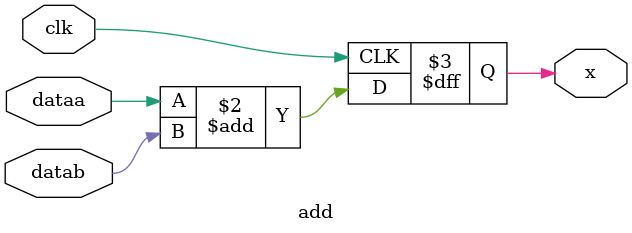
<source format=v>
module add
(
	input dataa,
	input datab,
	input clk,
	output  x 
);

	always @ (posedge clk)
	begin
		x <= dataa + datab;
	end

endmodule


</source>
